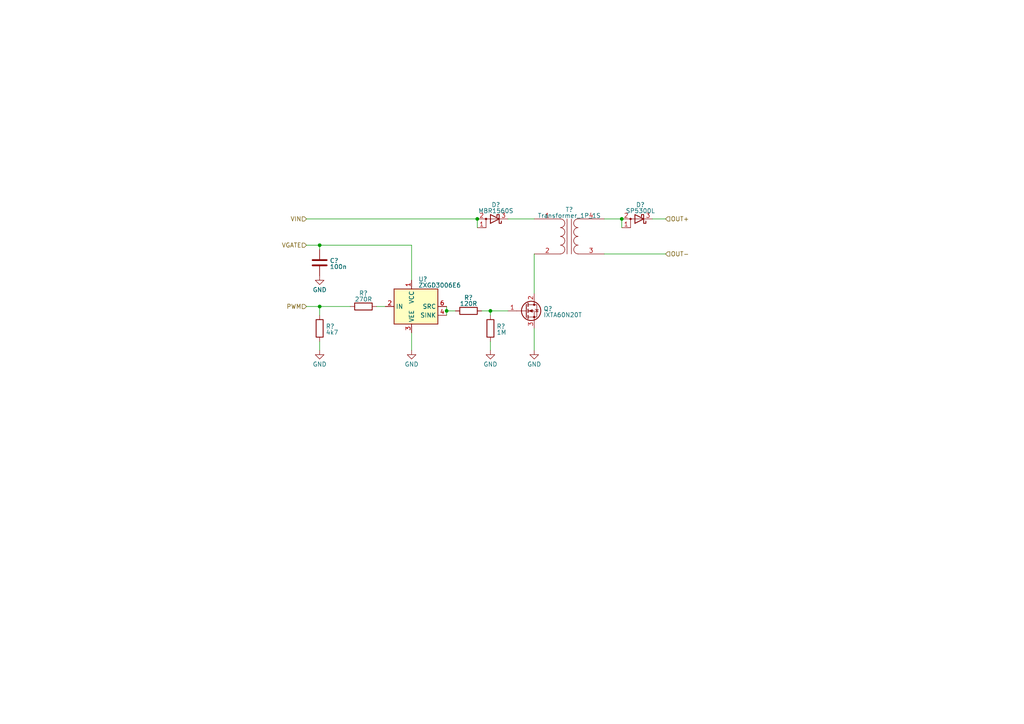
<source format=kicad_sch>
(kicad_sch (version 20220126) (generator eeschema)
  (paper "A4")
  (lib_symbols
    (symbol "Device:C" (pin_numbers hide) (pin_names (offset 0.254))
      (property "Reference" "C" (at 0.635 2.54 0))
      (property "Value" "C" (at 0.635 -2.54 0))
      (symbol "C_0_1"
        (polyline (pts (xy -2.032 -0.762) (xy 2.032 -0.762)) (stroke (width 0.508)))
        (polyline (pts (xy -2.032 0.762) (xy 2.032 0.762)) (stroke (width 0.508)))
      )
      (symbol "C_1_1"
        (pin passive line (at 0 3.81 270) (length 2.794) (name "~") (number "1"))
        (pin passive line (at 0 -3.81 90) (length 2.794) (name "~") (number "2"))
      )
    )
    (symbol "Device:D_Schottky_AAK" (pin_names (offset 0) hide)
      (property "Reference" "D" (at 0 2.54 0))
      (property "Value" "D_Schottky_AAK" (at 0 -2.54 0))
      (symbol "D_Schottky_AAK_0_1"
        (polyline (pts (xy 1.27 1.27) (xy 1.27 -1.27) (xy -1.27 0) (xy 1.27 1.27)) (stroke (width 0.254)))
        (polyline (pts (xy 3.81 2.54) (xy 2.54 2.54) (xy 2.54 0) (xy -1.27 0)))
        (polyline (pts (xy -1.905 0.635) (xy -1.905 1.27) (xy -1.27 1.27) (xy -1.27 -1.27) (xy -0.635 -1.27) (xy -0.635 -0.635)) (stroke (width 0.254)))
        (circle (center 2.54 0) (radius 0.254) (fill (type outline)))
      )
      (symbol "D_Schottky_AAK_1_1"
        (pin passive line (at 5.08 2.54 180) (length 2.54) (name "A") (number "1"))
        (pin passive line (at 5.08 0 180) (length 2.54) (name "A") (number "2"))
        (pin passive line (at -3.81 0 0) (length 2.54) (name "K") (number "3"))
      )
    )
    (symbol "Device:Q_NMOS_GDS" (pin_names (offset 0) hide)
      (property "Reference" "Q" (at 5.08 1.27 0))
      (property "Value" "Q_NMOS_GDS" (at 5.08 -1.27 0))
      (symbol "Q_NMOS_GDS_0_1"
        (polyline (pts (xy 0.254 0) (xy -2.54 0)))
        (polyline (pts (xy 0.254 1.905) (xy 0.254 -1.905)) (stroke (width 0.254)))
        (polyline (pts (xy 0.762 -1.27) (xy 0.762 -2.286)) (stroke (width 0.254)))
        (polyline (pts (xy 0.762 0.508) (xy 0.762 -0.508)) (stroke (width 0.254)))
        (polyline (pts (xy 0.762 2.286) (xy 0.762 1.27)) (stroke (width 0.254)))
        (polyline (pts (xy 2.54 2.54) (xy 2.54 1.778)))
        (polyline (pts (xy 2.54 -2.54) (xy 2.54 0) (xy 0.762 0)))
        (polyline (pts (xy 0.762 -1.778) (xy 3.302 -1.778) (xy 3.302 1.778) (xy 0.762 1.778)))
        (polyline (pts (xy 1.016 0) (xy 2.032 0.381) (xy 2.032 -0.381) (xy 1.016 0)) (fill (type outline)))
        (polyline (pts (xy 2.794 0.508) (xy 2.921 0.381) (xy 3.683 0.381) (xy 3.81 0.254)))
        (polyline (pts (xy 3.302 0.381) (xy 2.921 -0.254) (xy 3.683 -0.254) (xy 3.302 0.381)))
        (circle (center 1.651 0) (radius 2.794) (stroke (width 0.254)))
        (circle (center 2.54 -1.778) (radius 0.254) (fill (type outline)))
        (circle (center 2.54 1.778) (radius 0.254) (fill (type outline)))
      )
      (symbol "Q_NMOS_GDS_1_1"
        (pin input line (at -5.08 0 0) (length 2.54) (name "G") (number "1"))
        (pin passive line (at 2.54 5.08 270) (length 2.54) (name "D") (number "2"))
        (pin passive line (at 2.54 -5.08 90) (length 2.54) (name "S") (number "3"))
      )
    )
    (symbol "Device:R" (pin_numbers hide) (pin_names (offset 0))
      (property "Reference" "R" (at 2.032 0 90))
      (property "Value" "R" (at 0 0 90))
      (symbol "R_0_1"
        (rectangle (start -1.016 -2.54) (end 1.016 2.54) (stroke (width 0.254)))
      )
      (symbol "R_1_1"
        (pin passive line (at 0 3.81 270) (length 1.27) (name "~") (number "1"))
        (pin passive line (at 0 -3.81 90) (length 1.27) (name "~") (number "2"))
      )
    )
    (symbol "Device:Transformer_1P_1S" (pin_names (offset 1.016) hide)
      (property "Reference" "T" (at 0 6.35 0))
      (property "Value" "Transformer_1P_1S" (at 0 -7.62 0))
      (symbol "Transformer_1P_1S_0_1"
        (arc (start -2.54 -5.0546) (mid -1.6561 -4.6863) (end -1.27 -3.81))
        (arc (start -2.54 -2.5146) (mid -1.6561 -2.1463) (end -1.27 -1.27))
        (arc (start -2.54 0.0254) (mid -1.6561 0.3937) (end -1.27 1.27))
        (arc (start -2.54 2.5654) (mid -1.6561 2.9337) (end -1.27 3.81))
        (arc (start -1.27 -3.81) (mid -1.642 -2.912) (end -2.54 -2.54))
        (arc (start -1.27 -1.27) (mid -1.642 -0.372) (end -2.54 0))
        (arc (start -1.27 1.27) (mid -1.642 2.168) (end -2.54 2.54))
        (arc (start -1.27 3.81) (mid -1.642 4.708) (end -2.54 5.08))
        (polyline (pts (xy -0.635 5.08) (xy -0.635 -5.08)))
        (polyline (pts (xy 0.635 -5.08) (xy 0.635 5.08)))
        (arc (start 1.2954 -1.27) (mid 1.6599 -2.1501) (end 2.54 -2.5146))
        (arc (start 1.2954 1.27) (mid 1.6599 0.3899) (end 2.54 0.0254))
        (arc (start 1.2954 3.81) (mid 1.6599 2.9299) (end 2.54 2.5654))
        (arc (start 1.3208 -3.81) (mid 1.6853 -4.6901) (end 2.5654 -5.0546))
        (arc (start 2.54 0) (mid 1.6456 -0.3683) (end 1.2954 -1.27))
        (arc (start 2.54 2.54) (mid 1.6456 2.1717) (end 1.2954 1.27))
        (arc (start 2.54 5.08) (mid 1.6456 4.7117) (end 1.2954 3.81))
        (arc (start 2.5654 -2.54) (mid 1.671 -2.9083) (end 1.3208 -3.81))
      )
      (symbol "Transformer_1P_1S_1_1"
        (pin passive line (at -10.16 5.08 0) (length 7.62) (name "AA") (number "1"))
        (pin passive line (at -10.16 -5.08 0) (length 7.62) (name "AB") (number "2"))
        (pin passive line (at 10.16 -5.08 180) (length 7.62) (name "SA") (number "3"))
        (pin passive line (at 10.16 5.08 180) (length 7.62) (name "SB") (number "4"))
      )
    )
    (symbol "Driver_FET:ZXGD3006E6"
      (property "Reference" "U" (at 2.54 8.89 0))
      (property "Value" "ZXGD3006E6" (at 2.54 6.35 0))
      (symbol "ZXGD3006E6_0_1"
        (rectangle (start -5.08 5.08) (end 7.62 -5.08) (stroke (width 0.254)) (fill (type background)))
      )
      (symbol "ZXGD3006E6_1_1"
        (pin power_in line (at 0 7.62 270) (length 2.54) (name "VCC") (number "1"))
        (pin input line (at -7.62 0 0) (length 2.54) (name "IN") (number "2"))
        (pin power_in line (at 0 -7.62 90) (length 2.54) (name "VEE") (number "3"))
        (pin open_collector line (at 10.16 -2.54 180) (length 2.54) (name "SINK") (number "4"))
        (pin no_connect line (at 7.62 2.54 180) (length 2.54) hide (name "NC") (number "5"))
        (pin open_emitter line (at 10.16 0 180) (length 2.54) (name "SRC") (number "6"))
      )
    )
    (symbol "power:GND" (power) (pin_names (offset 0))
      (property "Value" "GND" (at 0 -3.81 0))
      (symbol "GND_0_1"
        (polyline (pts (xy 0 0) (xy 0 -1.27) (xy 1.27 -1.27) (xy 0 -2.54) (xy -1.27 -1.27) (xy 0 -1.27)))
      )
      (symbol "GND_1_1"
        (pin power_in line (at 0 0 270) (length 0) hide (name "GND") (number "1"))
      )
    )
  )
  (junction (at 138.43 63.5))
  (junction (at 142.24 90.17))
  (junction (at 92.71 71.12))
  (junction (at 129.54 90.17))
  (junction (at 180.34 63.5))
  (junction (at 92.71 88.9))
  (wire (pts (xy 92.71 99.06) (xy 92.71 101.6)))
  (wire (pts (xy 92.71 71.12) (xy 92.71 72.39)))
  (wire (pts (xy 119.38 71.12) (xy 119.38 81.28)))
  (wire (pts (xy 129.54 88.9) (xy 129.54 90.17)))
  (wire (pts (xy 92.71 71.12) (xy 119.38 71.12)))
  (wire (pts (xy 180.34 63.5) (xy 180.34 66.04)))
  (wire (pts (xy 142.24 101.6) (xy 142.24 99.06)))
  (wire (pts (xy 142.24 90.17) (xy 142.24 91.44)))
  (wire (pts (xy 175.26 73.66) (xy 193.04 73.66)))
  (wire (pts (xy 88.9 88.9) (xy 92.71 88.9)))
  (wire (pts (xy 88.9 63.5) (xy 138.43 63.5)))
  (wire (pts (xy 119.38 101.6) (xy 119.38 96.52)))
  (wire (pts (xy 175.26 63.5) (xy 180.34 63.5)))
  (wire (pts (xy 129.54 90.17) (xy 132.08 90.17)))
  (wire (pts (xy 189.23 63.5) (xy 193.04 63.5)))
  (wire (pts (xy 147.32 63.5) (xy 154.94 63.5)))
  (wire (pts (xy 154.94 73.66) (xy 154.94 85.09)))
  (wire (pts (xy 154.94 95.25) (xy 154.94 101.6)))
  (wire (pts (xy 139.7 90.17) (xy 142.24 90.17)))
  (wire (pts (xy 92.71 88.9) (xy 92.71 91.44)))
  (wire (pts (xy 109.22 88.9) (xy 111.76 88.9)))
  (wire (pts (xy 129.54 90.17) (xy 129.54 91.44)))
  (wire (pts (xy 142.24 90.17) (xy 147.32 90.17)))
  (wire (pts (xy 88.9 71.12) (xy 92.71 71.12)))
  (wire (pts (xy 138.43 63.5) (xy 138.43 66.04)))
  (wire (pts (xy 92.71 88.9) (xy 101.6 88.9)))
  (hierarchical_label "OUT-" (shape input) (at 193.04 73.66 0))
  (hierarchical_label "OUT+" (shape input) (at 193.04 63.5 0))
  (hierarchical_label "PWM" (shape input) (at 88.9 88.9 180))
  (hierarchical_label "VIN" (shape input) (at 88.9 63.5 180))
  (hierarchical_label "VGATE" (shape input) (at 88.9 71.12 180))
  (symbol (lib_id "power:GND") (at 92.71 80.01 0)
    (property "Reference" "#PWR?" (effects hide))
    (property "Value" "GND" (at 92.71 84.0661 0))
  )
  (symbol (lib_id "power:GND") (at 154.94 101.6 0)
    (property "Reference" "#PWR?" (effects hide))
    (property "Value" "GND" (at 154.94 105.6561 0))
  )
  (symbol (lib_id "Device:Q_NMOS_GDS") (at 152.4 90.17 0)
    (property "Reference" "Q?" (at 157.607 89.5755 0) (effects (justify left)))
    (property "Value" "IXTA60N20T" (at 157.607 91.3377 0) (effects (justify left)))
    (property "Footprint" "Package_TO_SOT_SMD:TO-263-2" (effects hide))
  )
  (symbol (lib_id "Driver_FET:ZXGD3006E6") (at 119.38 88.9 0)
    (property "Reference" "U?" (at 121.3359 80.9879 0) (effects (justify left)))
    (property "Value" "ZXGD3006E6" (at 121.3359 82.7501 0) (effects (justify left)))
    (property "Footprint" "Package_TO_SOT_SMD:SOT-23-6" (effects hide))
    (property "Datasheet" "https://www.diodes.com/assets/Datasheets/ZXGD3006E6.pdf" (effects hide))
  )
  (symbol (lib_id "Device:R") (at 135.89 90.17 90)
    (property "Reference" "R?" (at 135.89 86.3219 90))
    (property "Value" "120R" (at 135.89 88.0841 90))
    (property "Footprint" "Resistor_SMD:R_0805_2012Metric_Pad1.20x1.40mm_HandSolder" (effects hide))
  )
  (symbol (lib_id "Device:R") (at 92.71 95.25 0)
    (property "Reference" "R?" (at 94.488 94.6555 0) (effects (justify left)))
    (property "Value" "4k7" (at 94.488 96.4177 0) (effects (justify left)))
    (property "Footprint" "Resistor_SMD:R_0805_2012Metric_Pad1.20x1.40mm_HandSolder" (effects hide))
  )
  (symbol (lib_id "power:GND") (at 119.38 101.6 0)
    (property "Reference" "#PWR?" (effects hide))
    (property "Value" "GND" (at 119.38 105.6561 0))
  )
  (symbol (lib_id "Device:Transformer_1P_1S") (at 165.1 68.58 0)
    (property "Reference" "T?" (at 165.1127 60.7948 0))
    (property "Value" "Transformer_1P_1S" (at 165.1127 62.557 0))
  )
  (symbol (lib_id "Device:D_Schottky_AAK") (at 185.42 63.5 180)
    (property "Reference" "D?" (at 185.7375 59.3979 0))
    (property "Value" "SP5300L" (at 185.7375 61.1601 0))
    (property "Footprint" "Package_TO_SOT_SMD:TO-277B" (effects hide))
    (property "Datasheet" "https://datasheet.lcsc.com/lcsc/2106062312_Changjiang-Electronics-Tech--CJ-SP5300L_C2693396.pdf" (effects hide))
  )
  (symbol (lib_id "Device:D_Schottky_AAK") (at 143.51 63.5 180)
    (property "Reference" "D?" (at 143.8275 59.3979 0))
    (property "Value" "MBR1560S" (at 143.8275 61.1601 0))
    (property "Footprint" "Package_TO_SOT_SMD:TO-277B" (effects hide))
    (property "Datasheet" "https://datasheet.lcsc.com/lcsc/2003121816_SMC-Sangdest-Microelectronicstronic--Nanjing-MBR1560S_C493175.pdf" (effects hide))
  )
  (symbol (lib_id "power:GND") (at 92.71 101.6 0)
    (property "Reference" "#PWR?" (effects hide))
    (property "Value" "GND" (at 92.71 105.6561 0))
  )
  (symbol (lib_id "Device:R") (at 105.41 88.9 90)
    (property "Reference" "R?" (at 105.41 85.0519 90))
    (property "Value" "270R" (at 105.41 86.8141 90))
    (property "Footprint" "Resistor_SMD:R_0805_2012Metric_Pad1.20x1.40mm_HandSolder" (effects hide))
  )
  (symbol (lib_id "Device:R") (at 142.24 95.25 0)
    (property "Reference" "R?" (at 144.018 94.6555 0) (effects (justify left)))
    (property "Value" "1M" (at 144.018 96.4177 0) (effects (justify left)))
    (property "Footprint" "Resistor_SMD:R_0805_2012Metric_Pad1.20x1.40mm_HandSolder" (effects hide))
  )
  (symbol (lib_id "power:GND") (at 142.24 101.6 0)
    (property "Reference" "#PWR?" (effects hide))
    (property "Value" "GND" (at 142.24 105.6561 0))
  )
  (symbol (lib_id "Device:C") (at 92.71 76.2 0)
    (property "Reference" "C?" (at 95.631 75.6055 0) (effects (justify left)))
    (property "Value" "100n" (at 95.631 77.3677 0) (effects (justify left)))
    (property "Footprint" "Capacitor_SMD:C_0805_2012Metric_Pad1.18x1.45mm_HandSolder" (effects hide))
  )
)
</source>
